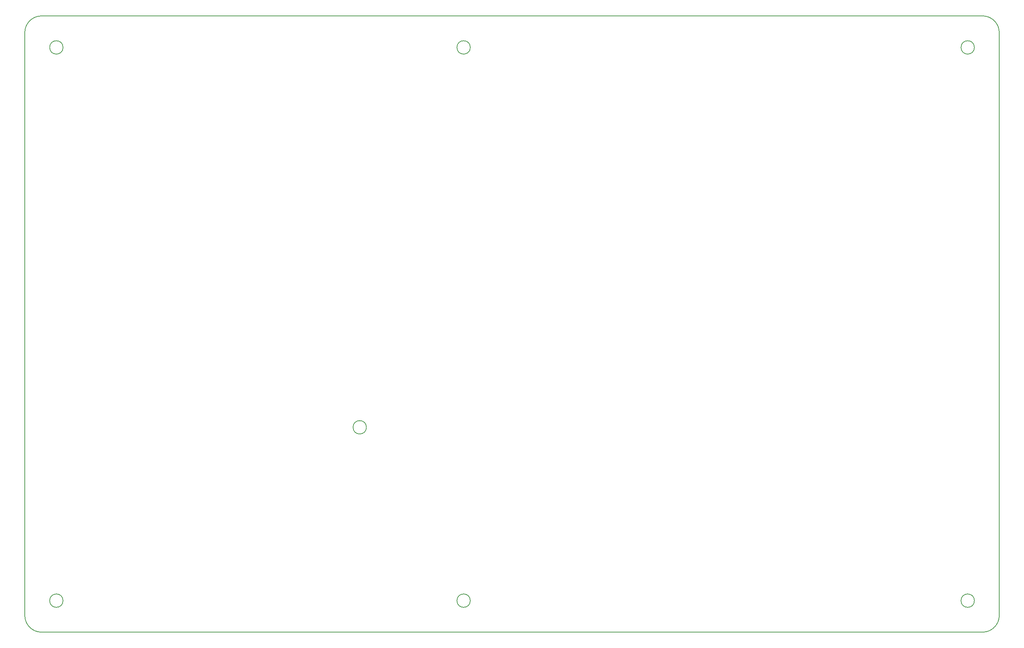
<source format=gm1>
G04 #@! TF.GenerationSoftware,KiCad,Pcbnew,7.0.9*
G04 #@! TF.CreationDate,2023-12-23T20:10:05+09:00*
G04 #@! TF.ProjectId,ergoSHIFT-rev2-kicad,6572676f-5348-4494-9654-2d726576322d,rev?*
G04 #@! TF.SameCoordinates,Original*
G04 #@! TF.FileFunction,Profile,NP*
%FSLAX46Y46*%
G04 Gerber Fmt 4.6, Leading zero omitted, Abs format (unit mm)*
G04 Created by KiCad (PCBNEW 7.0.9) date 2023-12-23 20:10:05*
%MOMM*%
%LPD*%
G01*
G04 APERTURE LIST*
G04 #@! TA.AperFunction,Profile*
%ADD10C,0.200000*%
G04 #@! TD*
G04 APERTURE END LIST*
D10*
X54000000Y-50000000D02*
G75*
G03*
X50000000Y-54000000I0J-4000000D01*
G01*
X283170000Y-54000000D02*
X283170000Y-193670000D01*
X50000000Y-193670000D02*
G75*
G03*
X54000000Y-197670000I4000000J0D01*
G01*
X131740000Y-148580000D02*
G75*
G03*
X131740000Y-148580000I-1600000J0D01*
G01*
X59150000Y-57550000D02*
G75*
G03*
X59150000Y-57550000I-1600000J0D01*
G01*
X156600000Y-190120000D02*
G75*
G03*
X156600000Y-190120000I-1600000J0D01*
G01*
X283170000Y-54000000D02*
G75*
G03*
X279170000Y-50000000I-4000000J0D01*
G01*
X277220000Y-57550000D02*
G75*
G03*
X277220000Y-57550000I-1600000J0D01*
G01*
X279170000Y-197670000D02*
G75*
G03*
X283170000Y-193670000I0J4000000D01*
G01*
X277220000Y-190120000D02*
G75*
G03*
X277220000Y-190120000I-1600000J0D01*
G01*
X54000000Y-197670000D02*
X279170000Y-197670000D01*
X156600000Y-57550000D02*
G75*
G03*
X156600000Y-57550000I-1600000J0D01*
G01*
X50000000Y-54000000D02*
X50000000Y-193670000D01*
X54000000Y-50000000D02*
X279170000Y-50000000D01*
X59150000Y-190120000D02*
G75*
G03*
X59150000Y-190120000I-1600000J0D01*
G01*
M02*

</source>
